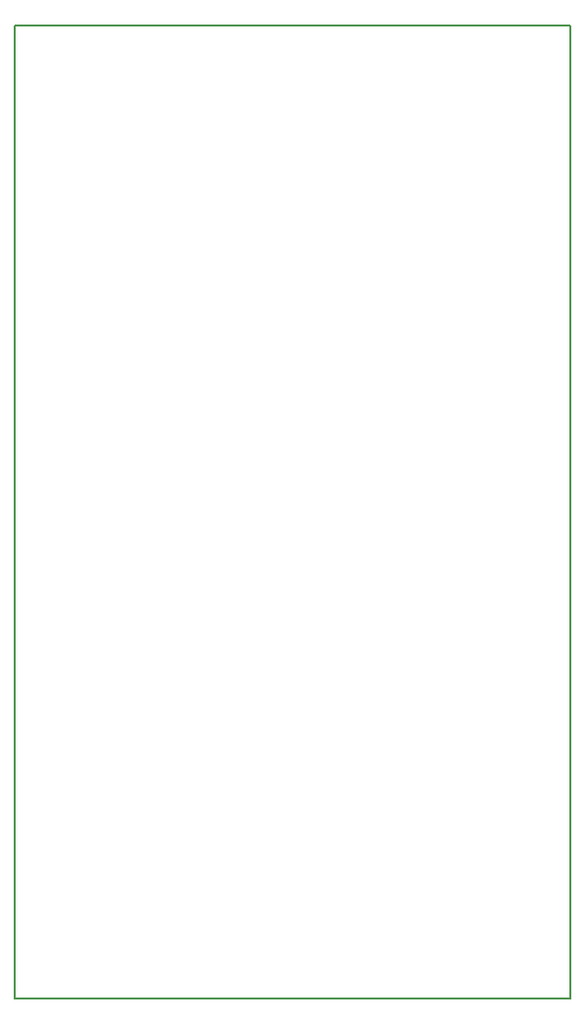
<source format=gko>
%FSLAX44Y44*%
%MOMM*%
G71*
G01*
G75*
G04 Layer_Color=16711935*
%ADD10R,2.3000X0.6000*%
%ADD11R,1.0000X0.9500*%
%ADD12R,1.1000X0.9500*%
%ADD13R,0.9500X1.0000*%
%ADD14R,0.6000X2.2000*%
%ADD15R,0.9500X1.1000*%
%ADD16R,4.6500X2.3000*%
%ADD17R,0.9000X1.0000*%
%ADD18R,1.1000X1.3500*%
%ADD19R,1.6000X3.0000*%
%ADD20R,6.7000X6.7000*%
%ADD21R,1.9500X1.2500*%
%ADD22R,0.5500X1.7500*%
%ADD23R,1.7500X0.5500*%
%ADD24R,1.6000X1.8000*%
%ADD25R,1.0000X0.9000*%
%ADD26C,0.3000*%
%ADD27C,0.5000*%
%ADD28C,1.0000*%
%ADD29C,3.6000*%
%ADD30C,1.5000*%
%ADD31R,1.5000X1.5000*%
%ADD32C,1.7000*%
%ADD33R,1.7000X1.7000*%
%ADD34R,1.6000X1.6000*%
%ADD35R,1.6000X1.6000*%
%ADD36C,0.8000*%
%ADD37C,0.2000*%
%ADD38C,0.2500*%
%ADD39C,0.6000*%
%ADD40C,0.1000*%
%ADD41C,0.0508*%
%ADD42R,2.5000X0.8000*%
%ADD43R,1.2000X1.1500*%
%ADD44R,1.3000X1.1500*%
%ADD45R,1.1500X1.2000*%
%ADD46R,0.8000X2.4000*%
%ADD47R,1.1500X1.3000*%
%ADD48R,4.8500X2.5000*%
%ADD49R,1.1000X1.2000*%
%ADD50R,1.3000X1.5500*%
%ADD51R,1.8000X3.2000*%
%ADD52R,6.9000X6.9000*%
%ADD53R,2.1500X1.4500*%
%ADD54R,0.7500X1.9500*%
%ADD55R,1.9500X0.7500*%
%ADD56R,1.8000X2.0000*%
%ADD57R,1.2000X1.1000*%
%ADD58C,3.8000*%
%ADD59C,1.9000*%
%ADD60R,1.9000X1.9000*%
%ADD61R,1.8000X1.8000*%
%ADD62R,1.8000X1.8000*%
%ADD63C,1.0000*%
D37*
X0Y840000D02*
X480000D01*
Y0D02*
Y840000D01*
X0Y0D02*
Y840000D01*
Y0D02*
X480000D01*
M02*

</source>
